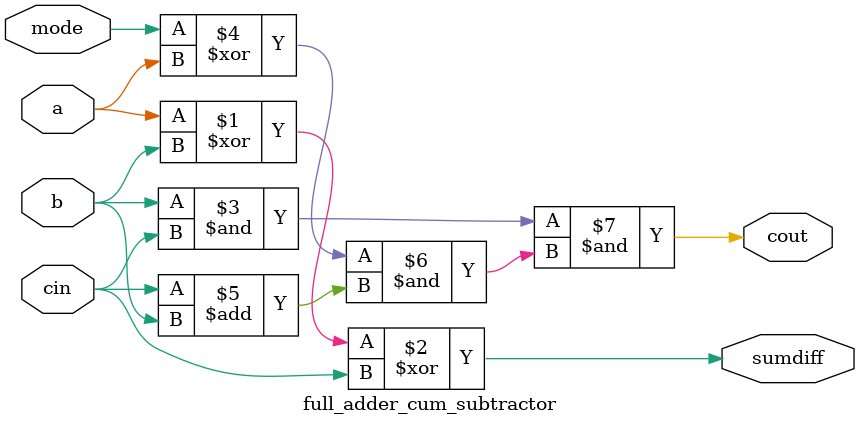
<source format=v>

module full_adder_cum_subtractor(
    input a,
    input b,
    input cin,
    input mode,
    output sumdiff,
    output cout
    );
    assign sumdiff = a^b^cin;
    assign cout = (b&cin)&((mode^a)&(cin+b));
   
endmodule

</source>
